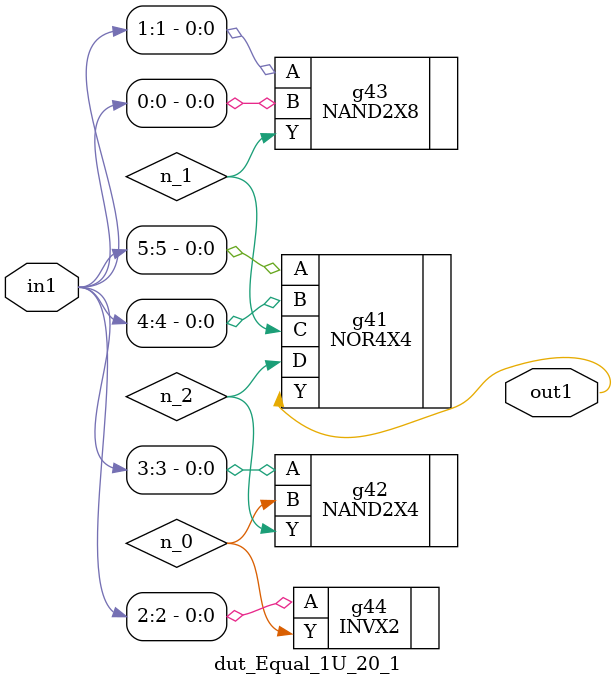
<source format=v>
`timescale 1ps / 1ps


module dut_Equal_1U_20_1(in1, out1);
  input [5:0] in1;
  output out1;
  wire [5:0] in1;
  wire out1;
  wire n_0, n_1, n_2;
  NOR4X4 g41(.A (in1[5]), .B (in1[4]), .C (n_1), .D (n_2), .Y (out1));
  NAND2X4 g42(.A (in1[3]), .B (n_0), .Y (n_2));
  NAND2X8 g43(.A (in1[1]), .B (in1[0]), .Y (n_1));
  INVX2 g44(.A (in1[2]), .Y (n_0));
endmodule



</source>
